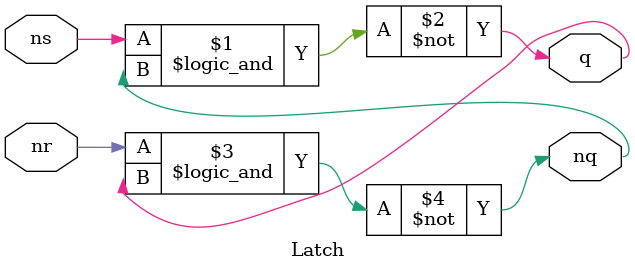
<source format=v>
module Latch(
  input ns,
  input nr,
  output q,
  output nq
);

assign q = ~(ns && nq);
assign nq = ~(nr && q);

endmodule

</source>
